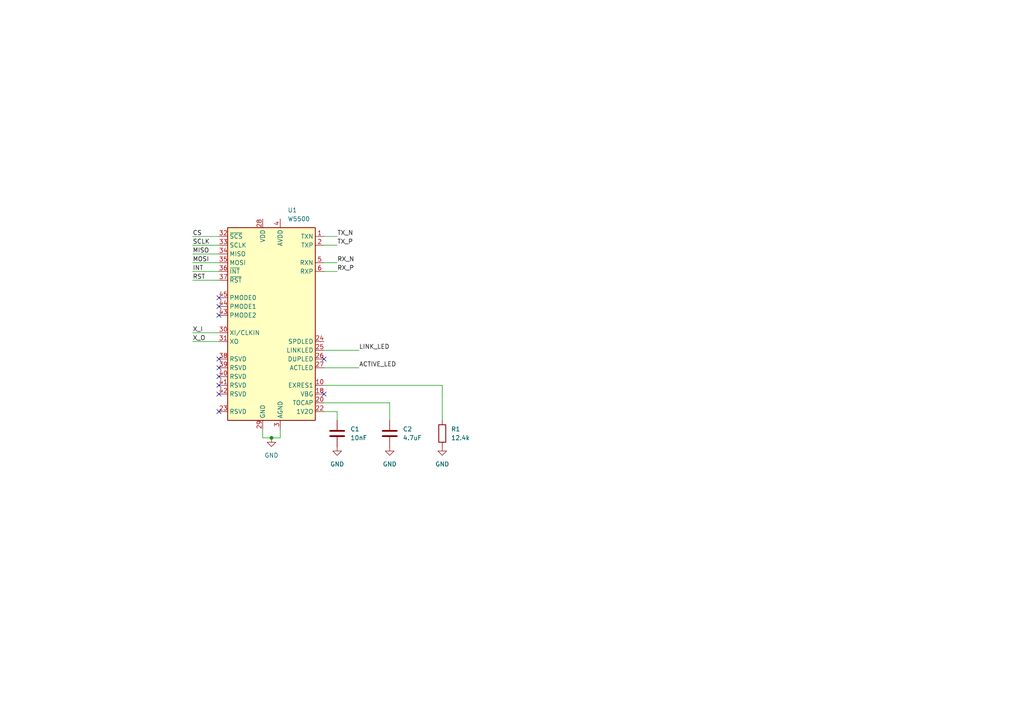
<source format=kicad_sch>
(kicad_sch (version 20250114) (generator "eeschema") (generator_version "9.0")
  (paper "A4")
  (lib_symbols
    (symbol "Device:C" (pin_numbers (hide yes)) (pin_names (offset 0.254))
      (property "Reference" "C" (at 0.635 2.54 0))
      (property "Value" "C" (at 0.635 -2.54 0))
      (symbol "C_0_1"
        (polyline (pts (xy -2.032 0.762) (xy 2.032 0.762)) (stroke (width 0.508)))
        (polyline (pts (xy -2.032 -0.762) (xy 2.032 -0.762)) (stroke (width 0.508)))
      )
      (symbol "C_1_1"
        (pin passive line (at 0 3.81 270) (length 2.794) (name "~") (number "1"))
        (pin passive line (at 0 -3.81 90) (length 2.794) (name "~") (number "2"))
      )
    )
    (symbol "Device:R" (pin_numbers (hide yes)) (pin_names (offset 0))
      (property "Reference" "R" (at 2.032 0 90))
      (property "Value" "R" (at 0 0 90))
      (symbol "R_0_1"
        (rectangle (start -1.016 -2.54) (end 1.016 2.54) (stroke (width 0.254)))
      )
      (symbol "R_1_1"
        (pin passive line (at 0 3.81 270) (length 1.27) (name "~") (number "1"))
        (pin passive line (at 0 -3.81 90) (length 1.27) (name "~") (number "2"))
      )
    )
    (symbol "Interface_Ethernet:W5500"
      (property "Reference" "U" (at -11.43 29.21 0))
      (property "Value" "W5500" (at 8.89 29.21 0))
      (symbol "W5500_0_1"
        (rectangle (start -12.7 27.94) (end 12.7 -27.94) (stroke (width 0.254)) (fill (type background)))
      )
      (symbol "W5500_1_1"
        (pin input line (at -15.24 25.4 0) (length 2.54) (name "~{SCS}") (number "32"))
        (pin input line (at -15.24 22.86 0) (length 2.54) (name "SCLK") (number "33"))
        (pin output line (at -15.24 20.32 0) (length 2.54) (name "MISO") (number "34"))
        (pin input line (at -15.24 17.78 0) (length 2.54) (name "MOSI") (number "35"))
        (pin input line (at -15.24 15.24 0) (length 2.54) (name "~{INT}") (number "36"))
        (pin input line (at -15.24 12.7 0) (length 2.54) (name "~{RST}") (number "37"))
        (pin input line (at -15.24 7.62 0) (length 2.54) (name "PMODE0") (number "45"))
        (pin input line (at -15.24 5.08 0) (length 2.54) (name "PMODE1") (number "44"))
        (pin input line (at -15.24 2.54 0) (length 2.54) (name "PMODE2") (number "43"))
        (pin input line (at -15.24 -2.54 0) (length 2.54) (name "XI/CLKIN") (number "30"))
        (pin output line (at -15.24 -5.08 0) (length 2.54) (name "XO") (number "31"))
        (pin input line (at -15.24 -10.16 0) (length 2.54) (name "RSVD") (number "38"))
        (pin input line (at -15.24 -12.7 0) (length 2.54) (name "RSVD") (number "39"))
        (pin input line (at -15.24 -15.24 0) (length 2.54) (name "RSVD") (number "40"))
        (pin input line (at -15.24 -17.78 0) (length 2.54) (name "RSVD") (number "41"))
        (pin input line (at -15.24 -20.32 0) (length 2.54) (name "RSVD") (number "42"))
        (pin input line (at -15.24 -25.4 0) (length 2.54) (name "RSVD") (number "23"))
        (pin power_in line (at -2.54 30.48 270) (length 2.54) (name "VDD") (number "28"))
        (pin power_in line (at -2.54 -30.48 90) (length 2.54) (name "GND") (number "29"))
        (pin passive line (at 2.54 30.48 270) (length 2.54) (hide yes) (name "AVDD") (number "11"))
        (pin passive line (at 2.54 30.48 270) (length 2.54) (hide yes) (name "AVDD") (number "15"))
        (pin passive line (at 2.54 30.48 270) (length 2.54) (hide yes) (name "AVDD") (number "17"))
        (pin passive line (at 2.54 30.48 270) (length 2.54) (hide yes) (name "AVDD") (number "21"))
        (pin power_in line (at 2.54 30.48 270) (length 2.54) (name "AVDD") (number "4"))
        (pin passive line (at 2.54 30.48 270) (length 2.54) (hide yes) (name "AVDD") (number "8"))
        (pin passive line (at 2.54 -30.48 90) (length 2.54) (hide yes) (name "AGND") (number "14"))
        (pin passive line (at 2.54 -30.48 90) (length 2.54) (hide yes) (name "AGND") (number "16"))
        (pin passive line (at 2.54 -30.48 90) (length 2.54) (hide yes) (name "AGND") (number "19"))
        (pin power_in line (at 2.54 -30.48 90) (length 2.54) (name "AGND") (number "3"))
        (pin passive line (at 2.54 -30.48 90) (length 2.54) (hide yes) (name "AGND") (number "48"))
        (pin passive line (at 2.54 -30.48 90) (length 2.54) (hide yes) (name "AGND") (number "9"))
        (pin no_connect line (at 12.7 10.16 180) (length 2.54) (hide yes) (name "DNC") (number "7"))
        (pin no_connect line (at 12.7 7.62 180) (length 2.54) (hide yes) (name "NC") (number "12"))
        (pin no_connect line (at 12.7 5.08 180) (length 2.54) (hide yes) (name "NC") (number "13"))
        (pin no_connect line (at 12.7 2.54 180) (length 2.54) (hide yes) (name "NC") (number "46"))
        (pin no_connect line (at 12.7 0 180) (length 2.54) (hide yes) (name "NC") (number "47"))
        (pin output line (at 15.24 25.4 180) (length 2.54) (name "TXN") (number "1"))
        (pin output line (at 15.24 22.86 180) (length 2.54) (name "TXP") (number "2"))
        (pin input line (at 15.24 17.78 180) (length 2.54) (name "RXN") (number "5"))
        (pin input line (at 15.24 15.24 180) (length 2.54) (name "RXP") (number "6"))
        (pin output line (at 15.24 -5.08 180) (length 2.54) (name "SPDLED") (number "24"))
        (pin output line (at 15.24 -7.62 180) (length 2.54) (name "LINKLED") (number "25"))
        (pin output line (at 15.24 -10.16 180) (length 2.54) (name "DUPLED") (number "26"))
        (pin output line (at 15.24 -12.7 180) (length 2.54) (name "ACTLED") (number "27"))
        (pin passive line (at 15.24 -17.78 180) (length 2.54) (name "EXRES1") (number "10"))
        (pin passive line (at 15.24 -20.32 180) (length 2.54) (name "VBG") (number "18"))
        (pin passive line (at 15.24 -22.86 180) (length 2.54) (name "TOCAP") (number "20"))
        (pin output line (at 15.24 -25.4 180) (length 2.54) (name "1V2O") (number "22"))
      )
    )
    (symbol "power:GND" (power) (pin_numbers (hide yes)) (pin_names (offset 0) (hide yes))
      (property "Value" "GND" (at 0 -3.81 0))
      (symbol "GND_0_1"
        (polyline (pts (xy 0 0) (xy 0 -1.27) (xy 1.27 -1.27) (xy 0 -2.54) (xy -1.27 -1.27) (xy 0 -1.27)))
      )
      (symbol "GND_1_1"
        (pin power_in line (at 0 0 270) (length 0) (name "~") (number "1"))
      )
    )
  )
  (junction (at 78.74 127))
  (no_connect (at 63.5 106.68))
  (no_connect (at 63.5 104.14))
  (no_connect (at 63.5 114.3))
  (no_connect (at 63.5 86.36))
  (no_connect (at 63.5 109.22))
  (no_connect (at 93.98 104.14))
  (no_connect (at 93.98 114.3))
  (no_connect (at 63.5 88.9))
  (no_connect (at 63.5 91.44))
  (no_connect (at 63.5 119.38))
  (no_connect (at 63.5 111.76))
  (wire (pts (xy 76.2 124.46) (xy 76.2 127)))
  (wire (pts (xy 93.98 68.58) (xy 97.79 68.58)))
  (wire (pts (xy 55.88 81.28) (xy 63.5 81.28)))
  (wire (pts (xy 55.88 76.2) (xy 63.5 76.2)))
  (wire (pts (xy 93.98 76.2) (xy 97.79 76.2)))
  (wire (pts (xy 128.27 111.76) (xy 128.27 121.92)))
  (wire (pts (xy 55.88 78.74) (xy 63.5 78.74)))
  (wire (pts (xy 97.79 119.38) (xy 97.79 121.92)))
  (wire (pts (xy 93.98 119.38) (xy 97.79 119.38)))
  (wire (pts (xy 93.98 111.76) (xy 128.27 111.76)))
  (wire (pts (xy 76.2 127) (xy 78.74 127)))
  (wire (pts (xy 78.74 127) (xy 81.28 127)))
  (wire (pts (xy 55.88 68.58) (xy 63.5 68.58)))
  (wire (pts (xy 93.98 106.68) (xy 104.14 106.68)))
  (wire (pts (xy 55.88 71.12) (xy 63.5 71.12)))
  (wire (pts (xy 81.28 124.46) (xy 81.28 127)))
  (wire (pts (xy 93.98 78.74) (xy 97.79 78.74)))
  (wire (pts (xy 55.88 99.06) (xy 63.5 99.06)))
  (wire (pts (xy 113.03 116.84) (xy 113.03 121.92)))
  (wire (pts (xy 55.88 73.66) (xy 63.5 73.66)))
  (wire (pts (xy 104.14 101.6) (xy 93.98 101.6)))
  (wire (pts (xy 93.98 71.12) (xy 97.79 71.12)))
  (wire (pts (xy 55.88 96.52) (xy 63.5 96.52)))
  (wire (pts (xy 93.98 116.84) (xy 113.03 116.84)))
  (label "MISO" (at 55.88 73.66 0))
  (label "TX_N" (at 97.79 68.58 0))
  (label "ACTIVE_LED" (at 104.14 106.68 0))
  (label "RST" (at 55.88 81.28 0))
  (label "TX_P" (at 97.79 71.12 0))
  (label "RX_P" (at 97.79 78.74 0))
  (label "X_O" (at 55.88 99.06 0))
  (label "MOSI" (at 55.88 76.2 0))
  (label "RX_N" (at 97.79 76.2 0))
  (label "INT" (at 55.88 78.74 0))
  (label "CS" (at 55.88 68.58 0))
  (label "LINK_LED" (at 104.14 101.6 0))
  (label "X_I" (at 55.88 96.52 0))
  (label "SCLK" (at 55.88 71.12 0))
  (symbol (lib_id "power:GND") (at 113.03 129.54 0) (unit 1)
    (property "Reference" "#PWR03" (effects (hide yes)))
    (property "Value" "GND" (at 113.03 134.62 0))
    (property "Description" "Power symbol creates a global label with name \"GND\" , ground" (effects (hide yes)))
  )
  (symbol (lib_id "Device:C") (at 97.79 125.73 0) (unit 1)
    (property "Reference" "C1" (at 101.6 124.4599 0) (effects (justify left)))
    (property "Value" "10nF" (at 101.6 126.9999 0) (effects (justify left)))
    (property "Description" "Unpolarized capacitor" (effects (hide yes)))
  )
  (symbol (lib_id "power:GND") (at 128.27 129.54 0) (unit 1)
    (property "Reference" "#PWR04" (effects (hide yes)))
    (property "Value" "GND" (at 128.27 134.62 0))
    (property "Description" "Power symbol creates a global label with name \"GND\" , ground" (effects (hide yes)))
  )
  (symbol (lib_id "Interface_Ethernet:W5500") (at 78.74 93.98 0) (unit 1)
    (property "Reference" "U1" (at 83.4233 60.96 0) (effects (justify left)))
    (property "Value" "W5500" (at 83.4233 63.5 0) (effects (justify left)))
    (property "Footprint" "Package_QFP:LQFP-48_7x7mm_P0.5mm" (effects (hide yes)))
    (property "Datasheet" "http://wizwiki.net/wiki/lib/exe/fetch.php/products:w5500:w5500_ds_v109e.pdf" (effects (hide yes)))
    (property "Description" "10/100Mb SPI Ethernet controller with TCP/IP stack, LQFP-48" (effects (hide yes)))
  )
  (symbol (lib_id "Device:R") (at 128.27 125.73 0) (unit 1)
    (property "Reference" "R1" (at 130.81 124.4599 0) (effects (justify left)))
    (property "Value" "12.4k" (at 130.81 126.9999 0) (effects (justify left)))
    (property "Description" "Resistor" (effects (hide yes)))
  )
  (symbol (lib_id "power:GND") (at 97.79 129.54 0) (unit 1)
    (property "Reference" "#PWR02" (effects (hide yes)))
    (property "Value" "GND" (at 97.79 134.62 0))
    (property "Description" "Power symbol creates a global label with name \"GND\" , ground" (effects (hide yes)))
  )
  (symbol (lib_id "Device:C") (at 113.03 125.73 0) (unit 1)
    (property "Reference" "C2" (at 116.84 124.4599 0) (effects (justify left)))
    (property "Value" "4.7uF" (at 116.84 126.9999 0) (effects (justify left)))
    (property "Description" "Unpolarized capacitor" (effects (hide yes)))
  )
  (symbol (lib_id "power:GND") (at 78.74 127 0) (unit 1)
    (property "Reference" "#PWR01" (effects (hide yes)))
    (property "Value" "GND" (at 78.74 132.08 0))
    (property "Description" "Power symbol creates a global label with name \"GND\" , ground" (effects (hide yes)))
  )
)
</source>
